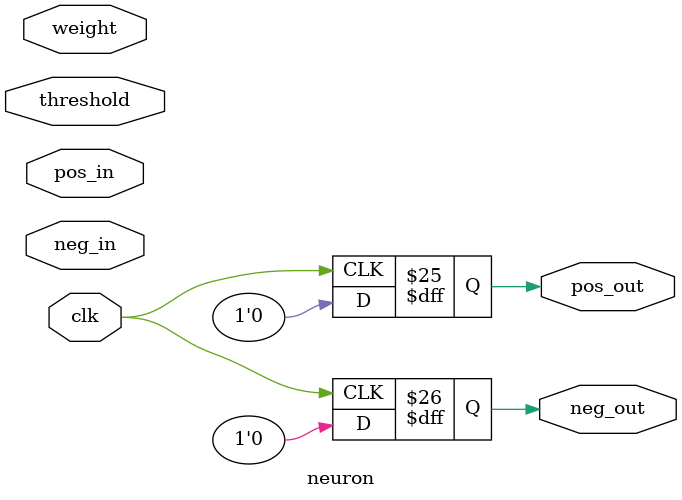
<source format=v>
`timescale 1ns / 1ps

module neuron ( // A neuron with both positive and negative input ports
  clk,
  weight,
  threshold,
  pos_in,
  neg_in,
  pos_out,
  neg_out
  );

  input clk, weight;
  input [7:0] threshold;
  input pos_in, neg_in;
  output pos_out, neg_out;

  reg [7:0] counter;
  reg pos_out, neg_out;

  initial begin
    counter <= 8'b0;
    pos_out <= 0;
    neg_out <= 0;
  end

  always @ ( pos_in, neg_in ) begin
    if (pos_in == 1)
      begin
        counter <= counter + 1;
      end
    else if (neg_in == 0)
      begin
        counter <= (counter == 8'b0) ? 0 : counter - 1;
      end
  end

  always @ ( negedge clk ) begin
    if (counter >= threshold) begin
      if (weight == 1) pos_out <= 1;
      else if (weight == 0) neg_out <= 1;
      counter <= 8'b0;
      #1
      pos_out <= 0;
      neg_out <= 0;

    end else begin
      pos_out <= 0;
      neg_out <= 0;
    end
  end

endmodule // neuron

</source>
